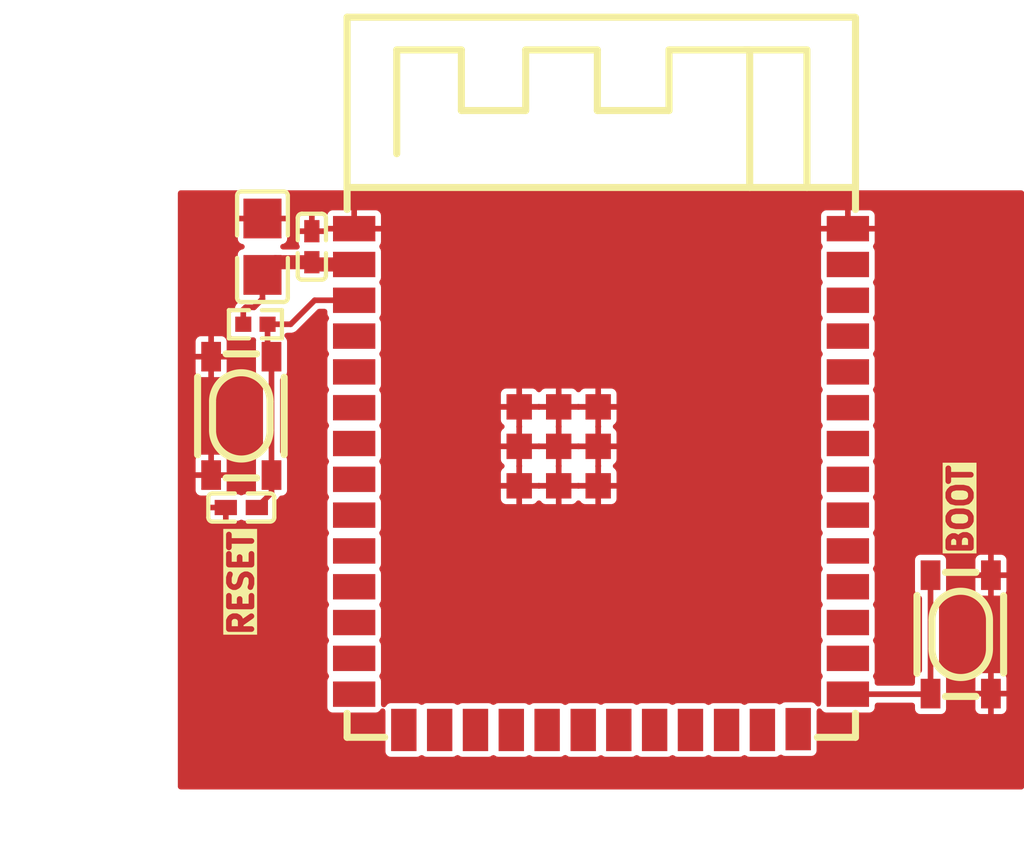
<source format=kicad_pcb>
(kicad_pcb (version 20241229) (generator "pcbnew") (generator_version "9.0")
  (layers (0 "F.Cu" signal) (2 "B.Cu" signal) (13 "F.Paste" user) (15 "B.Paste" user) (5 "F.SilkS" user "F.Silkscreen") (7 "B.SilkS" user "B.Silkscreen") (1 "F.Mask" user) (3 "B.Mask" user) (25 "Edge.Cuts" user))
  (net 0 "")
  (net 1 "line-15")
  (net 2 "line-33")
  (net 3 "line-16")
  (net 4 "line-11")
  (net 5 "line-18")
  (net 6 "line-6")
  (net 7 "line-4")
  (net 8 "line-20")
  (net 9 "line-34")
  (net 10 "line-10")
  (net 11 "line-22")
  (net 12 "line-2")
  (net 13 "line-5")
  (net 14 "out")
  (net 15 "line-23")
  (net 16 "line-8")
  (net 17 "line-13")
  (net 18 "line-26")
  (net 19 "line-9")
  (net 20 "line-27")
  (net 21 "line-14")
  (net 22 "line-28")
  (net 23 "line")
  (net 24 "line-21")
  (net 25 "line-32")
  (net 26 "line-30")
  (net 27 "hv")
  (net 28 "line-12")
  (net 29 "line-1")
  (net 30 "line-29")
  (net 31 "line-7")
  (net 32 "line-3")
  (net 33 "line-19")
  (net 34 "line-24")
  (net 35 "line-31")
  (net 36 "line-25")
  (net 37 "line-17")
  (net 38 "gnd")
  (net 39 "in")
  (footprint "atopile:R0402-56259e" (layer "F.Cu") (at -12.25 -5.5 0)
    (property "Reference" "R1" (hide yes))
    (property "Value" "10kΩ ±1% 62.5mW")
    (fp_line (start -0.94 -0.5) (end -0.23 -0.5) (stroke (width 0.15)) (layer "F.SilkS"))
    (fp_line (start -0.94 0.5) (end -0.94 -0.5) (stroke (width 0.15)) (layer "F.SilkS"))
    (fp_line (start -0.23 0.5) (end -0.94 0.5) (stroke (width 0.15)) (layer "F.SilkS"))
    (fp_line (start 0.23 0.5) (end 0.94 0.5) (stroke (width 0.15)) (layer "F.SilkS"))
    (fp_line (start 0.94 -0.5) (end 0.23 -0.5) (stroke (width 0.15)) (layer "F.SilkS"))
    (fp_line (start 0.94 0.5) (end 0.94 -0.5) (stroke (width 0.15)) (layer "F.SilkS"))
    (pad "1" smd rect (at -0.43 0 0) (size 0.57 0.54) (layers "F.Cu" "F.Mask" "F.Paste") (net 27 "hv"))
    (pad "2" smd rect (at 0.43 0 0) (size 0.57 0.54) (layers "F.Cu" "F.Mask" "F.Paste") (net 39 "in"))
  )
  (footprint "atopile:WIRELM-SMD_ESP32-S3-WROOM-1-41522d" (layer "F.Cu") (at 0 0 0)
    (property "Reference" "U2" (hide yes))
    (property "Value" "")
    (fp_line (start -9 -16.39) (end -9 -9.57) (stroke (width 0.25)) (layer "F.SilkS"))
    (fp_line (start -9 -10.35) (end 9.02 -10.35) (stroke (width 0.25)) (layer "F.SilkS"))
    (fp_line (start -9 8.3) (end -9 9.15) (stroke (width 0.25)) (layer "F.SilkS"))
    (fp_line (start -9 9.15) (end -7.67 9.15) (stroke (width 0.25)) (layer "F.SilkS"))
    (fp_line (start -7.24 -15.23) (end -7.24 -11.55) (stroke (width 0.25)) (layer "F.SilkS"))
    (fp_line (start -4.95 -15.23) (end -7.24 -15.23) (stroke (width 0.25)) (layer "F.SilkS"))
    (fp_line (start -4.95 -13.08) (end -4.95 -15.23) (stroke (width 0.25)) (layer "F.SilkS"))
    (fp_line (start -2.67 -15.23) (end -2.67 -13.08) (stroke (width 0.25)) (layer "F.SilkS"))
    (fp_line (start -2.67 -13.08) (end -4.95 -13.08) (stroke (width 0.25)) (layer "F.SilkS"))
    (fp_line (start -0.13 -15.23) (end -2.67 -15.23) (stroke (width 0.25)) (layer "F.SilkS"))
    (fp_line (start -0.13 -13.08) (end -0.13 -15.23) (stroke (width 0.25)) (layer "F.SilkS"))
    (fp_line (start 2.41 -15.23) (end 2.41 -13.08) (stroke (width 0.25)) (layer "F.SilkS"))
    (fp_line (start 2.41 -13.08) (end -0.13 -13.08) (stroke (width 0.25)) (layer "F.SilkS"))
    (fp_line (start 5.27 -15.23) (end 2.41 -15.23) (stroke (width 0.25)) (layer "F.SilkS"))
    (fp_line (start 5.27 -10.35) (end 5.27 -15.23) (stroke (width 0.25)) (layer "F.SilkS"))
    (fp_line (start 7.3 -15.23) (end 5.06 -15.23) (stroke (width 0.25)) (layer "F.SilkS"))
    (fp_line (start 7.3 -10.35) (end 7.3 -15.23) (stroke (width 0.25)) (layer "F.SilkS"))
    (fp_line (start 7.67 9.15) (end 9.02 9.15) (stroke (width 0.25)) (layer "F.SilkS"))
    (fp_line (start 9 -16.39) (end -9 -16.39) (stroke (width 0.25)) (layer "F.SilkS"))
    (fp_line (start 9.02 -9.57) (end 9.02 -16.38) (stroke (width 0.25)) (layer "F.SilkS"))
    (fp_line (start 9.02 9.15) (end 9.02 8.3) (stroke (width 0.25)) (layer "F.SilkS"))
    (pad "1" smd rect (at -8.75 -8.89 0) (size 1.5 0.9) (layers "F.Cu" "F.Mask" "F.Paste") (net 38 "gnd"))
    (pad "2" smd rect (at -8.75 -7.62 0) (size 1.5 0.9) (layers "F.Cu" "F.Mask" "F.Paste") (net 27 "hv"))
    (pad "3" smd rect (at -8.75 -6.35 0) (size 1.5 0.9) (layers "F.Cu" "F.Mask" "F.Paste") (net 39 "in"))
    (pad "4" smd rect (at -8.75 -5.08 0) (size 1.5 0.9) (layers "F.Cu" "F.Mask" "F.Paste") (net 17 "line-13"))
    (pad "5" smd rect (at -8.75 -3.81 0) (size 1.5 0.9) (layers "F.Cu" "F.Mask" "F.Paste") (net 35 "line-31"))
    (pad "6" smd rect (at -8.75 -2.54 0) (size 1.5 0.9) (layers "F.Cu" "F.Mask" "F.Paste") (net 36 "line-25"))
    (pad "7" smd rect (at -8.75 -1.27 0) (size 1.5 0.9) (layers "F.Cu" "F.Mask" "F.Paste") (net 6 "line-6"))
    (pad "8" smd rect (at -8.75 0 0) (size 1.5 0.9) (layers "F.Cu" "F.Mask" "F.Paste") (net 30 "line-29"))
    (pad "9" smd rect (at -8.75 1.27 0) (size 1.5 0.9) (layers "F.Cu" "F.Mask" "F.Paste") (net 2 "line-33"))
    (pad "10" smd rect (at -8.75 2.54 0) (size 1.5 0.9) (layers "F.Cu" "F.Mask" "F.Paste") (net 12 "line-2"))
    (pad "11" smd rect (at -8.75 3.81 0) (size 1.5 0.9) (layers "F.Cu" "F.Mask" "F.Paste") (net 8 "line-20"))
    (pad "12" smd rect (at -8.75 5.08 0) (size 1.5 0.9) (layers "F.Cu" "F.Mask" "F.Paste") (net 5 "line-18"))
    (pad "13" smd rect (at -8.75 6.35 0) (size 1.5 0.9) (layers "F.Cu" "F.Mask" "F.Paste") (net 1 "line-15"))
    (pad "14" smd rect (at -8.75 7.62 0) (size 1.5 0.9) (layers "F.Cu" "F.Mask" "F.Paste") (net 20 "line-27"))
    (pad "15" smd rect (at -6.99 8.89 90) (size 1.5 0.9) (layers "F.Cu" "F.Mask" "F.Paste") (net 31 "line-7"))
    (pad "16" smd rect (at -5.72 8.89 90) (size 1.5 0.9) (layers "F.Cu" "F.Mask" "F.Paste") (net 34 "line-24"))
    (pad "17" smd rect (at -4.45 8.89 90) (size 1.5 0.9) (layers "F.Cu" "F.Mask" "F.Paste") (net 33 "line-19"))
    (pad "18" smd rect (at -3.18 8.89 90) (size 1.5 0.9) (layers "F.Cu" "F.Mask" "F.Paste") (net 29 "line-1"))
    (pad "19" smd rect (at -1.91 8.89 90) (size 1.5 0.9) (layers "F.Cu" "F.Mask" "F.Paste") (net 23 "line"))
    (pad "20" smd rect (at -0.63 8.89 90) (size 1.5 0.9) (layers "F.Cu" "F.Mask" "F.Paste") (net 4 "line-11"))
    (pad "21" smd rect (at 0.63 8.89 90) (size 1.5 0.9) (layers "F.Cu" "F.Mask" "F.Paste") (net 3 "line-16"))
    (pad "22" smd rect (at 1.9 8.89 90) (size 1.5 0.9) (layers "F.Cu" "F.Mask" "F.Paste") (net 37 "line-17"))
    (pad "23" smd rect (at 3.17 8.89 90) (size 1.5 0.9) (layers "F.Cu" "F.Mask" "F.Paste") (net 21 "line-14"))
    (pad "24" smd rect (at 4.45 8.89 90) (size 1.5 0.9) (layers "F.Cu" "F.Mask" "F.Paste") (net 28 "line-12"))
    (pad "25" smd rect (at 5.72 8.89 90) (size 1.5 0.9) (layers "F.Cu" "F.Mask" "F.Paste") (net 26 "line-30"))
    (pad "26" smd rect (at 6.99 8.86 90) (size 1.5 0.9) (layers "F.Cu" "F.Mask" "F.Paste") (net 19 "line-9"))
    (pad "27" smd rect (at 8.75 7.62 180) (size 1.5 0.9) (layers "F.Cu" "F.Mask" "F.Paste") (net 14 "out"))
    (pad "28" smd rect (at 8.75 6.35 180) (size 1.5 0.9) (layers "F.Cu" "F.Mask" "F.Paste") (net 11 "line-22"))
    (pad "29" smd rect (at 8.75 5.08 180) (size 1.5 0.9) (layers "F.Cu" "F.Mask" "F.Paste") (net 18 "line-26"))
    (pad "30" smd rect (at 8.75 3.81 180) (size 1.5 0.9) (layers "F.Cu" "F.Mask" "F.Paste") (net 22 "line-28"))
    (pad "31" smd rect (at 8.75 2.54 180) (size 1.5 0.9) (layers "F.Cu" "F.Mask" "F.Paste") (net 9 "line-34"))
    (pad "32" smd rect (at 8.75 1.27 180) (size 1.5 0.9) (layers "F.Cu" "F.Mask" "F.Paste") (net 7 "line-4"))
    (pad "33" smd rect (at 8.75 0 180) (size 1.5 0.9) (layers "F.Cu" "F.Mask" "F.Paste") (net 13 "line-5"))
    (pad "34" smd rect (at 8.75 -1.27 180) (size 1.5 0.9) (layers "F.Cu" "F.Mask" "F.Paste") (net 10 "line-10"))
    (pad "35" smd rect (at 8.75 -2.54 180) (size 1.5 0.9) (layers "F.Cu" "F.Mask" "F.Paste") (net 25 "line-32"))
    (pad "36" smd rect (at 8.75 -3.81 180) (size 1.5 0.9) (layers "F.Cu" "F.Mask" "F.Paste") (net 24 "line-21"))
    (pad "37" smd rect (at 8.75 -5.08 180) (size 1.5 0.9) (layers "F.Cu" "F.Mask" "F.Paste") (net 16 "line-8"))
    (pad "38" smd rect (at 8.75 -6.35 180) (size 1.5 0.9) (layers "F.Cu" "F.Mask" "F.Paste") (net 32 "line-3"))
    (pad "39" smd rect (at 8.75 -7.62 180) (size 1.5 0.9) (layers "F.Cu" "F.Mask" "F.Paste") (net 15 "line-23"))
    (pad "40" smd rect (at 8.75 -8.89 180) (size 1.5 0.9) (layers "F.Cu" "F.Mask" "F.Paste") (net 38 "gnd"))
    (pad "41" smd rect (at -2.9 -2.57 90) (size 0.9 0.9) (layers "F.Cu" "F.Mask" "F.Paste") (net 38 "gnd"))
    (pad "41" smd rect (at -2.9 -1.17 90) (size 0.9 0.9) (layers "F.Cu" "F.Mask" "F.Paste") (net 38 "gnd"))
    (pad "41" smd rect (at -2.9 0.23 90) (size 0.9 0.9) (layers "F.Cu" "F.Mask" "F.Paste") (net 38 "gnd"))
    (pad "41" smd rect (at -1.5 -2.57 90) (size 0.9 0.9) (layers "F.Cu" "F.Mask" "F.Paste") (net 38 "gnd"))
    (pad "41" smd rect (at -1.5 -1.17 90) (size 0.9 0.9) (layers "F.Cu" "F.Mask" "F.Paste") (net 38 "gnd"))
    (pad "41" smd rect (at -1.5 0.23 90) (size 0.9 0.9) (layers "F.Cu" "F.Mask" "F.Paste") (net 38 "gnd"))
    (pad "41" smd rect (at -0.1 -2.57 90) (size 0.9 0.9) (layers "F.Cu" "F.Mask" "F.Paste") (net 38 "gnd"))
    (pad "41" smd rect (at -0.1 -1.17 90) (size 0.9 0.9) (layers "F.Cu" "F.Mask" "F.Paste") (net 38 "gnd"))
    (pad "41" smd rect (at -0.1 0.23 90) (size 0.9 0.9) (layers "F.Cu" "F.Mask" "F.Paste") (net 38 "gnd"))
  )
  (footprint "lib:KEY-SMD_4P-L4.2-W3.2-P2.20-LS4.6" (layer "F.Cu") (at 12.75 5.5 -90)
    (property "Reference" "U1" (hide yes))
    (property "Value" "")
    (fp_line (start -1.38 1.55) (end 1.38 1.55) (stroke (width 0.25)) (layer "F.SilkS"))
    (fp_line (start -0.51 1.02) (end 0.51 1.02) (stroke (width 0.25)) (layer "F.SilkS"))
    (fp_line (start -2.2 -0.54) (end -2.2 0.54) (stroke (width 0.25)) (layer "F.SilkS"))
    (fp_line (start 2.2 -0.54) (end 2.2 0.54) (stroke (width 0.25)) (layer "F.SilkS"))
    (fp_line (start -0.51 -1.02) (end 0.51 -1.02) (stroke (width 0.25)) (layer "F.SilkS"))
    (fp_line (start 1.37 -1.52) (end -1.37 -1.52) (stroke (width 0.25)) (layer "F.SilkS"))
    (fp_arc (start -0.51 1.02) (mid -1.53 0) (end -0.51 -1.02) (stroke (width 0.25)) (layer "F.SilkS"))
    (fp_arc (start 0.51 -1.02) (mid 1.53 0) (end 0.51 1.02) (stroke (width 0.25)) (layer "F.SilkS"))
    (pad "1" smd rect (at -2.1 -1.07 270) (size 1.05 0.7) (layers "F.Cu" "F.Mask" "F.Paste") (net 38 "gnd"))
    (pad "2" smd rect (at 2.1 -1.07 270) (size 1.05 0.7) (layers "F.Cu" "F.Mask" "F.Paste") (net 38 "gnd"))
    (pad "3" smd rect (at -2.1 1.07 270) (size 1.05 0.7) (layers "F.Cu" "F.Mask" "F.Paste") (net 14 "out"))
    (pad "4" smd rect (at 2.1 1.07 270) (size 1.05 0.7) (layers "F.Cu" "F.Mask" "F.Paste") (net 14 "out"))
  )
  (footprint "atopile:C0402-b3ef17" (layer "F.Cu") (at -12.75 1 180)
    (property "Reference" "C3" (hide yes))
    (property "Value" "100nF ±10% 16V X7R")
    (fp_line (start 1.17 0.35) (end 1.17 -0.35) (stroke (width 0.15)) (layer "F.SilkS"))
    (fp_line (start 1.02 -0.5) (end 0.23 -0.5) (stroke (width 0.15)) (layer "F.SilkS"))
    (fp_line (start 0.23 0.5) (end 1.02 0.5) (stroke (width 0.15)) (layer "F.SilkS"))
    (fp_line (start -0.23 0.5) (end -1.02 0.5) (stroke (width 0.15)) (layer "F.SilkS"))
    (fp_line (start -1.02 -0.5) (end -0.23 -0.5) (stroke (width 0.15)) (layer "F.SilkS"))
    (fp_line (start -1.17 0.35) (end -1.17 -0.35) (stroke (width 0.15)) (layer "F.SilkS"))
    (fp_arc (start 1.17 0.35) (mid 1.126066 0.456066) (end 1.02 0.5) (stroke (width 0.15)) (layer "F.SilkS"))
    (fp_arc (start 1.02 -0.5) (mid 1.126066 -0.456066) (end 1.17 -0.35) (stroke (width 0.15)) (layer "F.SilkS"))
    (fp_arc (start -1.02 0.5) (mid -1.126066 0.456066) (end -1.17 0.35) (stroke (width 0.15)) (layer "F.SilkS"))
    (fp_arc (start -1.17 -0.35) (mid -1.126066 -0.456066) (end -1.02 -0.5) (stroke (width 0.15)) (layer "F.SilkS"))
    (pad "1" smd rect (at -0.55 0 180) (size 0.79 0.54) (layers "F.Cu" "F.Mask" "F.Paste") (net 39 "in"))
    (pad "2" smd rect (at 0.55 0 180) (size 0.79 0.54) (layers "F.Cu" "F.Mask" "F.Paste") (net 38 "gnd"))
  )
  (footprint "atopile:C0805-3b2e55" (layer "F.Cu") (at -12 -8.25 90)
    (property "Reference" "C1" (hide yes))
    (property "Value" "100nF ±10% 50V X7R")
    (fp_line (start 1.81 -0.9) (end 0.4 -0.9) (stroke (width 0.15)) (layer "F.SilkS"))
    (fp_line (start -1.81 -0.9) (end -0.4 -0.9) (stroke (width 0.15)) (layer "F.SilkS"))
    (fp_line (start 1.96 0.75) (end 1.96 -0.75) (stroke (width 0.15)) (layer "F.SilkS"))
    (fp_line (start -1.96 0.75) (end -1.96 -0.75) (stroke (width 0.15)) (layer "F.SilkS"))
    (fp_line (start 0.4 0.9) (end 1.81 0.9) (stroke (width 0.15)) (layer "F.SilkS"))
    (fp_line (start -0.4 0.9) (end -1.81 0.9) (stroke (width 0.15)) (layer "F.SilkS"))
    (fp_arc (start 1.81 -0.9) (mid 1.916066 -0.856066) (end 1.96 -0.75) (stroke (width 0.15)) (layer "F.SilkS"))
    (fp_arc (start -1.96 -0.75) (mid -1.916066 -0.856066) (end -1.81 -0.9) (stroke (width 0.15)) (layer "F.SilkS"))
    (fp_arc (start 1.96 0.75) (mid 1.916066 0.856066) (end 1.81 0.9) (stroke (width 0.15)) (layer "F.SilkS"))
    (fp_arc (start -1.81 0.9) (mid -1.916066 0.856066) (end -1.96 0.75) (stroke (width 0.15)) (layer "F.SilkS"))
    (pad "1" smd rect (at -1 0 90) (size 1.41 1.35) (layers "F.Cu" "F.Mask" "F.Paste") (net 27 "hv"))
    (pad "2" smd rect (at 1 0 90) (size 1.41 1.35) (layers "F.Cu" "F.Mask" "F.Paste") (net 38 "gnd"))
  )
  (footprint "lib:KEY-SMD_4P-L4.2-W3.2-P2.20-LS4.6" (layer "F.Cu") (at -12.75 -2.25 -90)
    (property "Reference" "U3" (hide yes))
    (property "Value" "")
    (fp_line (start -1.38 1.55) (end 1.38 1.55) (stroke (width 0.25)) (layer "F.SilkS"))
    (fp_line (start -0.51 1.02) (end 0.51 1.02) (stroke (width 0.25)) (layer "F.SilkS"))
    (fp_line (start -2.2 -0.54) (end -2.2 0.54) (stroke (width 0.25)) (layer "F.SilkS"))
    (fp_line (start 2.2 -0.54) (end 2.2 0.54) (stroke (width 0.25)) (layer "F.SilkS"))
    (fp_line (start -0.51 -1.02) (end 0.51 -1.02) (stroke (width 0.25)) (layer "F.SilkS"))
    (fp_line (start 1.37 -1.52) (end -1.37 -1.52) (stroke (width 0.25)) (layer "F.SilkS"))
    (fp_arc (start -0.51 1.02) (mid -1.53 0) (end -0.51 -1.02) (stroke (width 0.25)) (layer "F.SilkS"))
    (fp_arc (start 0.51 -1.02) (mid 1.53 0) (end 0.51 1.02) (stroke (width 0.25)) (layer "F.SilkS"))
    (pad "1" smd rect (at -2.1 -1.07 270) (size 1.05 0.7) (layers "F.Cu" "F.Mask" "F.Paste") (net 39 "in"))
    (pad "2" smd rect (at 2.1 -1.07 270) (size 1.05 0.7) (layers "F.Cu" "F.Mask" "F.Paste") (net 39 "in"))
    (pad "3" smd rect (at -2.1 1.07 270) (size 1.05 0.7) (layers "F.Cu" "F.Mask" "F.Paste") (net 38 "gnd"))
    (pad "4" smd rect (at 2.1 1.07 270) (size 1.05 0.7) (layers "F.Cu" "F.Mask" "F.Paste") (net 38 "gnd"))
  )
  (footprint "atopile:C0402-b3ef17" (layer "F.Cu") (at -10.25 -8.25 90)
    (property "Reference" "C2" (hide yes))
    (property "Value" "100nF ±10% 16V X7R")
    (fp_line (start 1.02 -0.5) (end 0.23 -0.5) (stroke (width 0.15)) (layer "F.SilkS"))
    (fp_line (start -1.02 -0.5) (end -0.23 -0.5) (stroke (width 0.15)) (layer "F.SilkS"))
    (fp_line (start 1.17 0.35) (end 1.17 -0.35) (stroke (width 0.15)) (layer "F.SilkS"))
    (fp_line (start -1.17 0.35) (end -1.17 -0.35) (stroke (width 0.15)) (layer "F.SilkS"))
    (fp_line (start 0.23 0.5) (end 1.02 0.5) (stroke (width 0.15)) (layer "F.SilkS"))
    (fp_line (start -0.23 0.5) (end -1.02 0.5) (stroke (width 0.15)) (layer "F.SilkS"))
    (fp_arc (start 1.02 -0.5) (mid 1.126066 -0.456066) (end 1.17 -0.35) (stroke (width 0.15)) (layer "F.SilkS"))
    (fp_arc (start -1.17 -0.35) (mid -1.126066 -0.456066) (end -1.02 -0.5) (stroke (width 0.15)) (layer "F.SilkS"))
    (fp_arc (start 1.17 0.35) (mid 1.126066 0.456066) (end 1.02 0.5) (stroke (width 0.15)) (layer "F.SilkS"))
    (fp_arc (start -1.02 0.5) (mid -1.126066 0.456066) (end -1.17 0.35) (stroke (width 0.15)) (layer "F.SilkS"))
    (pad "1" smd rect (at -0.55 0 90) (size 0.79 0.54) (layers "F.Cu" "F.Mask" "F.Paste") (net 27 "hv"))
    (pad "2" smd rect (at 0.55 0 90) (size 0.79 0.54) (layers "F.Cu" "F.Mask" "F.Paste") (net 38 "gnd"))
  )
  (zone (net 38) (net_name "gnd") (layers "F.Cu" "B.Cu") (connect_pads (clearance 0.2)) (min_thickness 0.2) (fill yes (thermal_gap 0.2) (thermal_bridge_width 0.2))
    (polygon (pts (xy -15 -10.25) (xy -15 11) (xy 15 11) (xy 15 -10.25)))
  )
  (zone (net 0) (net_name "") (layers "F.Cu" "B.Cu" "F.Adhes" "B.Adhes" "F.Paste" "B.Paste") (name "Antenna") (connect_pads yes (clearance 0)) (min_thickness 0.25) (fill (thermal_gap 0.5) (thermal_bridge_width 0.5) (smoothing chamfer) (radius 0.1))
    (keepout (tracks not_allowed) (vias not_allowed) (pads not_allowed) (copperpour not_allowed) (footprints not_allowed))
    (polygon (pts (xy -15 -10.25) (xy 15 -10.25) (xy 15 -17) (xy -15 -17)))
  )
  (segment (start 11.68 3.4) (end 11.68 7.6) (width 0.2) (net 14) (layer "F.Cu"))
  (segment (start 11.66 7.62) (end 11.68 7.6) (width 0.2) (net 14) (layer "F.Cu"))
  (segment (start 8.75 7.62) (end 11.66 7.62) (width 0.2) (net 14) (layer "F.Cu"))
  (segment (start -12.68 -6.02) (end -12.68 -5.5) (width 0.2) (net 27) (layer "F.Cu"))
  (segment (start -12.6 -6.1) (end -12.68 -6.02) (width 0.2) (net 27) (layer "F.Cu"))
  (segment (start -12 -6.4) (end -12.3 -6.1) (width 0.2) (net 27) (layer "F.Cu"))
  (segment (start -10.17 -7.62) (end -10.25 -7.7) (width 0.5) (net 27) (layer "F.Cu"))
  (segment (start -10.25 -7.7) (end -11.55 -7.7) (width 0.5) (net 27) (layer "F.Cu"))
  (segment (start -12 -7.25) (end -12 -6.4) (width 0.2) (net 27) (layer "F.Cu"))
  (segment (start -12.3 -6.1) (end -12.6 -6.1) (width 0.2) (net 27) (layer "F.Cu"))
  (segment (start -11.55 -7.7) (end -12 -7.25) (width 0.5) (net 27) (layer "F.Cu"))
  (segment (start -8.75 -7.62) (end -10.17 -7.62) (width 0.5) (net 27) (layer "F.Cu"))
  (segment (start -10.15 -6.35) (end -8.75 -6.35) (width 0.2) (net 0) (layer "F.Cu"))
  (segment (start -11.82 -5.5) (end -11 -5.5) (width 0.2) (net 0) (layer "F.Cu"))
  (segment (start -11.82 -5.5) (end -11.82 -4.49) (width 0.2) (net 0) (layer "F.Cu"))
  (segment (start -11.68 0.48) (end -12.2 1) (width 0.2) (net 0) (layer "F.Cu"))
  (segment (start -11 -5.5) (end -10.15 -6.35) (width 0.2) (net 0) (layer "F.Cu"))
  (segment (start -11.68 -0.15) (end -11.68 0.48) (width 0.2) (net 0) (layer "F.Cu"))
  (segment (start -11.82 -4.49) (end -11.68 -4.35) (width 0.2) (net 0) (layer "F.Cu"))
  (segment (start -11.68 -4.35) (end -11.68 -0.15) (width 0.2) (net 0) (layer "F.Cu"))
  (gr_text "RESET" (at -12.75 1.75 90) (layer "F.SilkS" knockout) (effects (font (size 0.8 0.8) (thickness 0.2)) (justify right)))
  (gr_text "BOOT" (at 12.75 2.75 90) (layer "F.SilkS" knockout) (effects (font (size 0.8 0.8) (thickness 0.2)) (justify left)))
)
</source>
